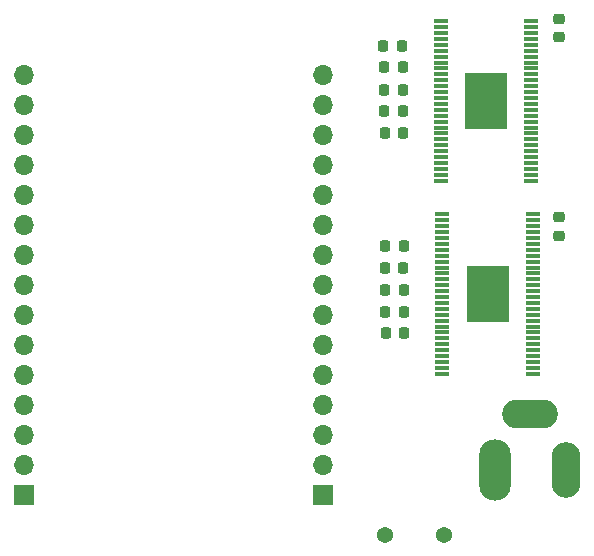
<source format=gbr>
%TF.GenerationSoftware,KiCad,Pcbnew,8.0.5*%
%TF.CreationDate,2025-03-07T15:27:06-05:00*%
%TF.ProjectId,TrainTrackerTest,54726169-6e54-4726-9163-6b6572546573,rev?*%
%TF.SameCoordinates,Original*%
%TF.FileFunction,Soldermask,Top*%
%TF.FilePolarity,Negative*%
%FSLAX46Y46*%
G04 Gerber Fmt 4.6, Leading zero omitted, Abs format (unit mm)*
G04 Created by KiCad (PCBNEW 8.0.5) date 2025-03-07 15:27:06*
%MOMM*%
%LPD*%
G01*
G04 APERTURE LIST*
G04 Aperture macros list*
%AMRoundRect*
0 Rectangle with rounded corners*
0 $1 Rounding radius*
0 $2 $3 $4 $5 $6 $7 $8 $9 X,Y pos of 4 corners*
0 Add a 4 corners polygon primitive as box body*
4,1,4,$2,$3,$4,$5,$6,$7,$8,$9,$2,$3,0*
0 Add four circle primitives for the rounded corners*
1,1,$1+$1,$2,$3*
1,1,$1+$1,$4,$5*
1,1,$1+$1,$6,$7*
1,1,$1+$1,$8,$9*
0 Add four rect primitives between the rounded corners*
20,1,$1+$1,$2,$3,$4,$5,0*
20,1,$1+$1,$4,$5,$6,$7,0*
20,1,$1+$1,$6,$7,$8,$9,0*
20,1,$1+$1,$8,$9,$2,$3,0*%
G04 Aperture macros list end*
%ADD10R,1.270000X0.299999*%
%ADD11R,3.610001X4.700001*%
%ADD12C,0.499999*%
%ADD13O,2.704000X5.204000*%
%ADD14O,2.454000X4.704000*%
%ADD15O,4.704000X2.454000*%
%ADD16C,1.371600*%
%ADD17RoundRect,0.218750X0.218750X0.256250X-0.218750X0.256250X-0.218750X-0.256250X0.218750X-0.256250X0*%
%ADD18R,1.700000X1.700000*%
%ADD19O,1.700000X1.700000*%
%ADD20RoundRect,0.225000X0.250000X-0.225000X0.250000X0.225000X-0.250000X0.225000X-0.250000X-0.225000X0*%
G04 APERTURE END LIST*
D10*
%TO.C,U1*%
X106718019Y-71902216D03*
X106718019Y-72402214D03*
X106718019Y-72902214D03*
X106718019Y-73402212D03*
X106718019Y-73902212D03*
X106718019Y-74402211D03*
X106718019Y-74902210D03*
X106718019Y-75402208D03*
X106718019Y-75902208D03*
X106718019Y-76402206D03*
X106718019Y-76902206D03*
X106718019Y-77402205D03*
X106718019Y-77902204D03*
X106718019Y-78402202D03*
X106718019Y-78902202D03*
X106718019Y-79402200D03*
X106718019Y-79902199D03*
X106718019Y-80402198D03*
X106718019Y-80902198D03*
X106718019Y-81402196D03*
X106718019Y-81902196D03*
X106718019Y-82402194D03*
X106718019Y-82902193D03*
X106718019Y-83402192D03*
X106718019Y-83902192D03*
X106718019Y-84402190D03*
X106718019Y-84902190D03*
X106718019Y-85402188D03*
X114363419Y-85402188D03*
X114363419Y-84902190D03*
X114363419Y-84402190D03*
X114363419Y-83902192D03*
X114363419Y-83402192D03*
X114363419Y-82902193D03*
X114363419Y-82402194D03*
X114363419Y-81902196D03*
X114363419Y-81402196D03*
X114363419Y-80902198D03*
X114363419Y-80402198D03*
X114363419Y-79902199D03*
X114363419Y-79402200D03*
X114363419Y-78902202D03*
X114363419Y-78402202D03*
X114363419Y-77902204D03*
X114363419Y-77402205D03*
X114363419Y-76902206D03*
X114363419Y-76402206D03*
X114363419Y-75902208D03*
X114363419Y-75402208D03*
X114363419Y-74902210D03*
X114363419Y-74402211D03*
X114363419Y-73902212D03*
X114363419Y-73402212D03*
X114363419Y-72902214D03*
X114363419Y-72402214D03*
X114363419Y-71902216D03*
D11*
X110540719Y-78652202D03*
D12*
X109440638Y-76852202D03*
X109440638Y-77952202D03*
X109440638Y-79152202D03*
X109440638Y-80252202D03*
X110540638Y-76852202D03*
X110540638Y-77952202D03*
X110540638Y-79152202D03*
X110540638Y-80252202D03*
X111640638Y-76852202D03*
X111640638Y-77952202D03*
X111640638Y-79152202D03*
X111640638Y-80252202D03*
%TD*%
D10*
%TO.C,U2*%
X106591100Y-55550415D03*
X106591100Y-56050413D03*
X106591100Y-56550413D03*
X106591100Y-57050411D03*
X106591100Y-57550411D03*
X106591100Y-58050410D03*
X106591100Y-58550409D03*
X106591100Y-59050407D03*
X106591100Y-59550407D03*
X106591100Y-60050405D03*
X106591100Y-60550405D03*
X106591100Y-61050404D03*
X106591100Y-61550403D03*
X106591100Y-62050401D03*
X106591100Y-62550401D03*
X106591100Y-63050399D03*
X106591100Y-63550398D03*
X106591100Y-64050397D03*
X106591100Y-64550397D03*
X106591100Y-65050395D03*
X106591100Y-65550395D03*
X106591100Y-66050393D03*
X106591100Y-66550392D03*
X106591100Y-67050391D03*
X106591100Y-67550391D03*
X106591100Y-68050389D03*
X106591100Y-68550389D03*
X106591100Y-69050387D03*
X114236500Y-69050387D03*
X114236500Y-68550389D03*
X114236500Y-68050389D03*
X114236500Y-67550391D03*
X114236500Y-67050391D03*
X114236500Y-66550392D03*
X114236500Y-66050393D03*
X114236500Y-65550395D03*
X114236500Y-65050395D03*
X114236500Y-64550397D03*
X114236500Y-64050397D03*
X114236500Y-63550398D03*
X114236500Y-63050399D03*
X114236500Y-62550401D03*
X114236500Y-62050401D03*
X114236500Y-61550403D03*
X114236500Y-61050404D03*
X114236500Y-60550405D03*
X114236500Y-60050405D03*
X114236500Y-59550407D03*
X114236500Y-59050407D03*
X114236500Y-58550409D03*
X114236500Y-58050410D03*
X114236500Y-57550411D03*
X114236500Y-57050411D03*
X114236500Y-56550413D03*
X114236500Y-56050413D03*
X114236500Y-55550415D03*
D11*
X110413800Y-62300401D03*
D12*
X109313719Y-60500401D03*
X109313719Y-61600401D03*
X109313719Y-62800401D03*
X109313719Y-63900401D03*
X110413719Y-60500401D03*
X110413719Y-61600401D03*
X110413719Y-62800401D03*
X110413719Y-63900401D03*
X111513719Y-60500401D03*
X111513719Y-61600401D03*
X111513719Y-62800401D03*
X111513719Y-63900401D03*
%TD*%
D13*
%TO.C,J1*%
X111180000Y-93530000D03*
D14*
X117180000Y-93530000D03*
D15*
X114180000Y-88830000D03*
%TD*%
D16*
%TO.C,C1*%
X101874850Y-99020000D03*
X106878650Y-99020000D03*
%TD*%
D17*
%TO.C,D5*%
X103505019Y-81909201D03*
X101930019Y-81909201D03*
%TD*%
D18*
%TO.C,J2*%
X96644600Y-95656400D03*
D19*
X96644600Y-93116400D03*
X96644600Y-90576400D03*
X96644600Y-88036400D03*
X96644600Y-85496400D03*
X96644600Y-82956400D03*
X96644600Y-80416400D03*
X96644600Y-77876400D03*
X96644600Y-75336400D03*
X96644600Y-72796400D03*
X96644600Y-70256400D03*
X96644600Y-67716400D03*
X96644600Y-65176400D03*
X96644600Y-62636400D03*
X96644600Y-60096400D03*
%TD*%
D17*
%TO.C,D6*%
X103352700Y-59436800D03*
X101777700Y-59436800D03*
%TD*%
%TO.C,D8*%
X103276500Y-57658000D03*
X101701500Y-57658000D03*
%TD*%
%TO.C,D3*%
X103428819Y-74619401D03*
X101853819Y-74619401D03*
%TD*%
D18*
%TO.C,J3*%
X71314600Y-95656400D03*
D19*
X71314600Y-93116400D03*
X71314600Y-90576400D03*
X71314600Y-88036400D03*
X71314600Y-85496400D03*
X71314600Y-82956400D03*
X71314600Y-80416400D03*
X71314600Y-77876400D03*
X71314600Y-75336400D03*
X71314600Y-72796400D03*
X71314600Y-70256400D03*
X71314600Y-67716400D03*
X71314600Y-65176400D03*
X71314600Y-62636400D03*
X71314600Y-60096400D03*
%TD*%
D17*
%TO.C,D7*%
X103352700Y-61341000D03*
X101777700Y-61341000D03*
%TD*%
%TO.C,D1*%
X103403419Y-76422801D03*
X101828419Y-76422801D03*
%TD*%
D20*
%TO.C,C2*%
X116586000Y-56883600D03*
X116586000Y-55333600D03*
%TD*%
D17*
%TO.C,D9*%
X103352700Y-63144400D03*
X101777700Y-63144400D03*
%TD*%
%TO.C,D2*%
X103428719Y-78302401D03*
X101853719Y-78302401D03*
%TD*%
D20*
%TO.C,C3*%
X116586000Y-73698400D03*
X116586000Y-72148400D03*
%TD*%
D17*
%TO.C,D4*%
X103454119Y-80182001D03*
X101879119Y-80182001D03*
%TD*%
%TO.C,D10*%
X103403500Y-65049400D03*
X101828500Y-65049400D03*
%TD*%
M02*

</source>
